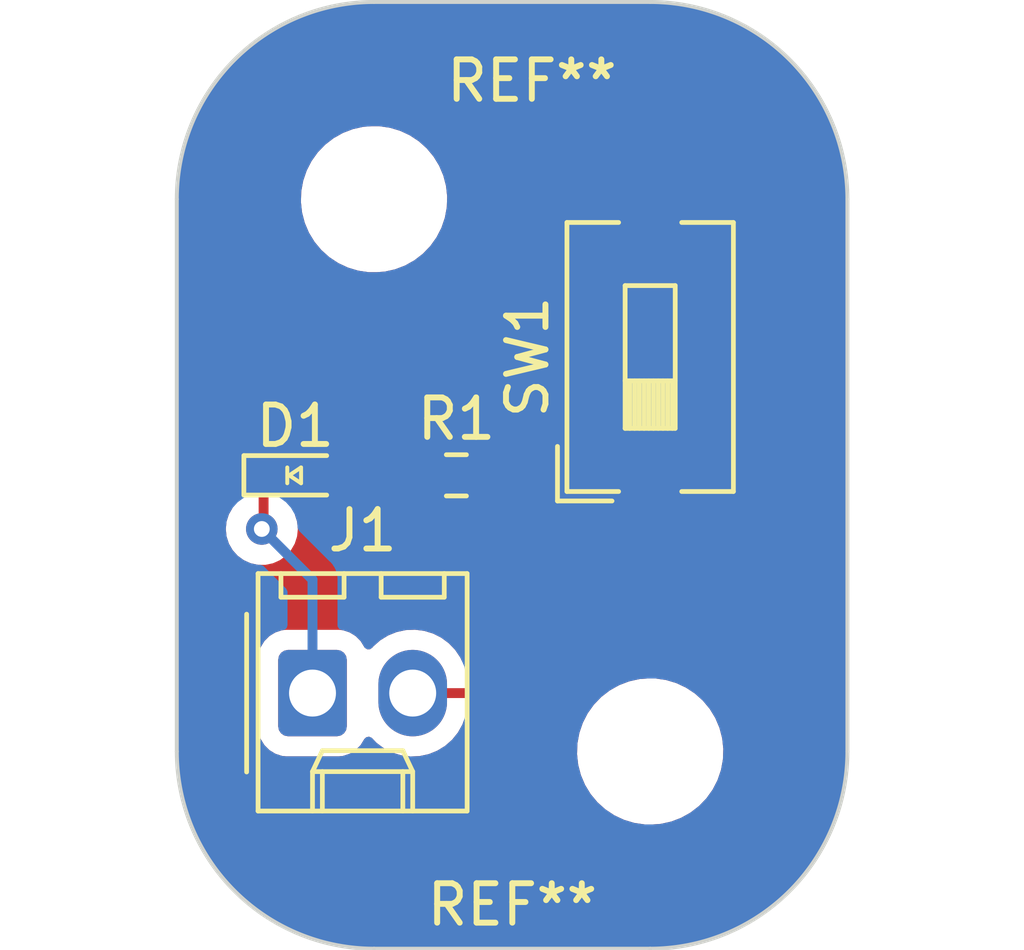
<source format=kicad_pcb>
(kicad_pcb (version 20221018) (generator pcbnew)
  (title_block (title "LED Circuit ") (date "2022-08-16") (rev "0.0") (company "Illini Solar Car") (comment 1 "Designed By: Michael Li "))
  (layers (0 "F.Cu" signal) (31 "B.Cu" signal) (34 "B.Paste" user) (35 "F.Paste" user) (36 "B.SilkS" user "B.Silkscreen") (37 "F.SilkS" user "F.Silkscreen") (38 "B.Mask" user) (39 "F.Mask" user) (44 "Edge.Cuts" user))
  (net 0 "")
  (net 1 "GND")
  (net 2 "Net-(D1-A)")
  (net 3 "+3V3")
  (net 4 "Net-(R1-Pad2)")
  (footprint "Resistor_SMD:R_0603_1608Metric_Pad0.98x0.95mm_HandSolder" (layer "F.Cu") (at 102.0875 85)
    (fp_text reference "R1" (at 0 -1.43) (layer "F.SilkS"))
    (fp_text value "105")
    (fp_line (start -0.254724 -0.5225) (end 0.254724 -0.5225) (stroke (width 0.12)) (layer "F.SilkS"))
    (fp_line (start -0.254724 0.5225) (end 0.254724 0.5225) (stroke (width 0.12)) (layer "F.SilkS"))
    (pad "1" smd roundrect (at -0.9125 0) (size 0.975 0.95) (layers "F.Cu" "F.Paste" "F.Mask") (net 2 "Net-(D1-A)"))
    (pad "2" smd roundrect (at 0.9125 0) (size 0.975 0.95) (layers "F.Cu" "F.Paste" "F.Mask") (net 4 "Net-(R1-Pad2)"))
  )
  (footprint "Connector_Molex:Molex_KK-254_AE-6410-02A_1x02_P2.54mm_Vertical" (layer "F.Cu") (at 98.44 90.52)
    (fp_text reference "J1" (at 1.27 -4.12) (layer "F.SilkS"))
    (fp_text value "Conn_01x02")
    (fp_line (start -1.67 -2) (end -1.67 2) (stroke (width 0.12)) (layer "F.SilkS"))
    (fp_line (start -1.38 -3.03) (end -1.38 2.99) (stroke (width 0.12)) (layer "F.SilkS"))
    (fp_line (start -1.38 2.99) (end 3.92 2.99) (stroke (width 0.12)) (layer "F.SilkS"))
    (fp_line (start -0.8 -3.03) (end -0.8 -2.43) (stroke (width 0.12)) (layer "F.SilkS"))
    (fp_line (start -0.8 -2.43) (end 0.8 -2.43) (stroke (width 0.12)) (layer "F.SilkS"))
    (fp_line (start 0 1.99) (end 0.25 1.46) (stroke (width 0.12)) (layer "F.SilkS"))
    (fp_line (start 0 1.99) (end 2.54 1.99) (stroke (width 0.12)) (layer "F.SilkS"))
    (fp_line (start 0 2.99) (end 0 1.99) (stroke (width 0.12)) (layer "F.SilkS"))
    (fp_line (start 0.25 1.46) (end 2.29 1.46) (stroke (width 0.12)) (layer "F.SilkS"))
    (fp_line (start 0.25 2.99) (end 0.25 1.99) (stroke (width 0.12)) (layer "F.SilkS"))
    (fp_line (start 0.8 -2.43) (end 0.8 -3.03) (stroke (width 0.12)) (layer "F.SilkS"))
    (fp_line (start 1.74 -3.03) (end 1.74 -2.43) (stroke (width 0.12)) (layer "F.SilkS"))
    (fp_line (start 1.74 -2.43) (end 3.34 -2.43) (stroke (width 0.12)) (layer "F.SilkS"))
    (fp_line (start 2.29 1.46) (end 2.54 1.99) (stroke (width 0.12)) (layer "F.SilkS"))
    (fp_line (start 2.29 2.99) (end 2.29 1.99) (stroke (width 0.12)) (layer "F.SilkS"))
    (fp_line (start 2.54 1.99) (end 2.54 2.99) (stroke (width 0.12)) (layer "F.SilkS"))
    (fp_line (start 3.34 -2.43) (end 3.34 -3.03) (stroke (width 0.12)) (layer "F.SilkS"))
    (fp_line (start 3.92 -3.03) (end -1.38 -3.03) (stroke (width 0.12)) (layer "F.SilkS"))
    (fp_line (start 3.92 2.99) (end 3.92 -3.03) (stroke (width 0.12)) (layer "F.SilkS"))
    (pad "1" thru_hole roundrect (at 0 0) (size 1.74 2.19) (drill 1.19) (layers "*.Cu" "*.Mask") (roundrect_rratio 0.143678) (net 1 "GND"))
    (pad "2" thru_hole oval (at 2.54 0) (size 1.74 2.19) (drill 1.19) (layers "*.Cu" "*.Mask") (net 3 "+3V3"))
  )
  (footprint "layout:LED_0603_Symbol_on_F.SilkS" (layer "F.Cu") (at 98 85)
    (fp_text reference "D1" (at 0 -1.25) (layer "F.SilkS"))
    (fp_text value "LED_RED")
    (fp_line (start -1.3 -0.5) (end -1.3 0.5) (stroke (width 0.12)) (layer "F.SilkS"))
    (fp_line (start -1.3 -0.5) (end 0.8 -0.5) (stroke (width 0.12)) (layer "F.SilkS"))
    (fp_line (start -1.3 0.5) (end 0.8 0.5) (stroke (width 0.12)) (layer "F.SilkS"))
    (fp_line (start -0.2 -0.2) (end -0.2 0.2) (stroke (width 0.1)) (layer "F.SilkS"))
    (fp_line (start -0.15 0) (end 0.15 -0.2) (stroke (width 0.1)) (layer "F.SilkS"))
    (fp_line (start 0.15 -0.2) (end 0.15 0.2) (stroke (width 0.1)) (layer "F.SilkS"))
    (fp_line (start 0.15 0.2) (end -0.15 0) (stroke (width 0.1)) (layer "F.SilkS"))
    (pad "1" smd rect (at -0.8 0 180) (size 0.8 0.8) (layers "F.Cu" "F.Paste" "F.Mask") (net 1 "GND"))
    (pad "2" smd rect (at 0.8 0 180) (size 0.8 0.8) (layers "F.Cu" "F.Paste" "F.Mask") (net 2 "Net-(D1-A)"))
  )
  (footprint "MountingHole:MountingHole_3.2mm_M3" (layer "F.Cu") (at 107 92)
    (fp_text reference "REF**" (at -3.495 3.885) (layer "F.SilkS"))
    (fp_text value "MountingHole_3.2mm_M3")
    (pad "" np_thru_hole circle (at 0 0) (size 3.2 3.2) (drill 3.2) (layers "F&B.Cu" "*.Mask"))
  )
  (footprint "MountingHole:MountingHole_3.2mm_M3" (layer "F.Cu") (at 100 78)
    (fp_text reference "REF**" (at 4 -3) (layer "F.SilkS"))
    (fp_text value "MountingHole_3.2mm_M3")
    (pad "" np_thru_hole circle (at 0 0) (size 3.2 3.2) (drill 3.2) (layers "*.Cu" "*.Mask"))
  )
  (footprint "Button_Switch_SMD:SW_DIP_SPSTx01_Slide_6.7x4.1mm_W8.61mm_P2.54mm_LowProfile" (layer "F.Cu") (at 107 82 90)
    (fp_text reference "SW1" (at 0 -3.11 90) (layer "F.SilkS"))
    (fp_text value "SW_Push")
    (fp_line (start -3.65 -2.35) (end -3.65 -0.967) (stroke (width 0.12)) (layer "F.SilkS"))
    (fp_line (start -3.65 -2.35) (end -2.267 -2.35) (stroke (width 0.12)) (layer "F.SilkS"))
    (fp_line (start -3.41 -2.11) (end -3.41 -0.8) (stroke (width 0.12)) (layer "F.SilkS"))
    (fp_line (start -3.41 -2.11) (end 3.41 -2.11) (stroke (width 0.12)) (layer "F.SilkS"))
    (fp_line (start -3.41 0.8) (end -3.41 2.11) (stroke (width 0.12)) (layer "F.SilkS"))
    (fp_line (start -3.41 2.11) (end 3.41 2.11) (stroke (width 0.12)) (layer "F.SilkS"))
    (fp_line (start -1.81 -0.635) (end -1.81 0.635) (stroke (width 0.12)) (layer "F.SilkS"))
    (fp_line (start -1.81 -0.515) (end -0.603333 -0.515) (stroke (width 0.12)) (layer "F.SilkS"))
    (fp_line (start -1.81 -0.395) (end -0.603333 -0.395) (stroke (width 0.12)) (layer "F.SilkS"))
    (fp_line (start -1.81 -0.275) (end -0.603333 -0.275) (stroke (width 0.12)) (layer "F.SilkS"))
    (fp_line (start -1.81 -0.155) (end -0.603333 -0.155) (stroke (width 0.12)) (layer "F.SilkS"))
    (fp_line (start -1.81 -0.035) (end -0.603333 -0.035) (stroke (width 0.12)) (layer "F.SilkS"))
    (fp_line (start -1.81 0.085) (end -0.603333 0.085) (stroke (width 0.12)) (layer "F.SilkS"))
    (fp_line (start -1.81 0.205) (end -0.603333 0.205) (stroke (width 0.12)) (layer "F.SilkS"))
    (fp_line (start -1.81 0.325) (end -0.603333 0.325) (stroke (width 0.12)) (layer "F.SilkS"))
    (fp_line (start -1.81 0.445) (end -0.603333 0.445) (stroke (width 0.12)) (layer "F.SilkS"))
    (fp_line (start -1.81 0.565) (end -0.603333 0.565) (stroke (width 0.12)) (layer "F.SilkS"))
    (fp_line (start -1.81 0.635) (end 1.81 0.635) (stroke (width 0.12)) (layer "F.SilkS"))
    (fp_line (start -0.603333 -0.635) (end -0.603333 0.635) (stroke (width 0.12)) (layer "F.SilkS"))
    (fp_line (start 1.81 -0.635) (end -1.81 -0.635) (stroke (width 0.12)) (layer "F.SilkS"))
    (fp_line (start 1.81 0.635) (end 1.81 -0.635) (stroke (width 0.12)) (layer "F.SilkS"))
    (fp_line (start 3.41 -2.11) (end 3.41 -0.8) (stroke (width 0.12)) (layer "F.SilkS"))
    (fp_line (start 3.41 0.8) (end 3.41 2.11) (stroke (width 0.12)) (layer "F.SilkS"))
    (pad "1" smd rect (at -4.305 0 90) (size 2.44 1.12) (layers "F.Cu" "F.Paste" "F.Mask") (net 3 "+3V3"))
    (pad "2" smd rect (at 4.305 0 90) (size 2.44 1.12) (layers "F.Cu" "F.Paste" "F.Mask") (net 4 "Net-(R1-Pad2)"))
  )
  (gr_arc (start 100 97) (mid 96.464466 95.535534) (end 95 92) (stroke (width 0.1)) (layer "Edge.Cuts"))
  (gr_line (start 100 73) (end 107 73) (stroke (width 0.1)) (layer "Edge.Cuts"))
  (gr_arc (start 112 92) (mid 110.535534 95.535534) (end 107 97) (stroke (width 0.1)) (layer "Edge.Cuts"))
  (gr_line (start 112 78) (end 112 92) (stroke (width 0.1)) (layer "Edge.Cuts"))
  (gr_arc (start 107 73) (mid 110.535534 74.464466) (end 112 78) (stroke (width 0.1)) (layer "Edge.Cuts"))
  (gr_line (start 95 92) (end 95 78) (stroke (width 0.1)) (layer "Edge.Cuts"))
  (gr_arc (start 95 78) (mid 96.464466 74.464466) (end 100 73) (stroke (width 0.1)) (layer "Edge.Cuts"))
  (gr_line (start 107 97) (end 100 97) (stroke (width 0.1)) (layer "Edge.Cuts"))
  (segment (start 97.2 85.045) (end 97.155 85.09) (width 0.25) (layer "F.Cu") (net 1))
  (segment (start 97.2 86.315) (end 97.155 86.36) (width 0.25) (layer "F.Cu") (net 1))
  (segment (start 97.2 85) (end 97.2 86.315) (width 0.25) (layer "F.Cu") (net 1))
  (via (at 97.155 86.36) (size 0.8) (drill 0.4) (layers "F.Cu" "B.Cu") (net 1))
  (segment (start 98.44 90.52) (end 98.44 87.645) (width 0.25) (layer "B.Cu") (net 1))
  (segment (start 98.44 87.645) (end 97.155 86.36) (width 0.25) (layer "B.Cu") (net 1))
  (segment (start 98.8 85) (end 101.175 85) (width 0.25) (layer "F.Cu") (net 2))
  (segment (start 103.505 89.535) (end 102.52 90.52) (width 0.25) (layer "F.Cu") (net 3))
  (segment (start 102.52 90.52) (end 100.98 90.52) (width 0.25) (layer "F.Cu") (net 3))
  (segment (start 104.195 86.305) (end 103.505 86.995) (width 0.25) (layer "F.Cu") (net 3))
  (segment (start 103.505 86.995) (end 103.505 89.535) (width 0.25) (layer "F.Cu") (net 3))
  (segment (start 107 86.305) (end 104.195 86.305) (width 0.25) (layer "F.Cu") (net 3))
  (segment (start 103.886 84.114) (end 103 85) (width 0.25) (layer "F.Cu") (net 4))
  (segment (start 107 77.695) (end 105.185 77.695) (width 0.25) (layer "F.Cu") (net 4))
  (segment (start 103.886 78.994) (end 103.886 84.114) (width 0.25) (layer "F.Cu") (net 4))
  (segment (start 105.185 77.695) (end 103.886 78.994) (width 0.25) (layer "F.Cu") (net 4))
  (zone (net 0) (net_name "") (layer "F.Cu") (connect_pads (clearance 0.508)) (min_thickness 0.25) (fill yes (thermal_gap 0.5) (thermal_bridge_width 0.5) (island_removal_mode 1) (island_area_min 10))
    (polygon (pts (xy 95 73) (xy 112 73) (xy 112 97) (xy 95 97)))
  )
  (zone (net 0) (net_name "") (layer "B.Cu") (priority 1) (connect_pads (clearance 0.508)) (min_thickness 0.25) (fill yes (thermal_gap 0.5) (thermal_bridge_width 0.5) (island_removal_mode 1) (island_area_min 10))
    (polygon (pts (xy 95 73) (xy 112 73) (xy 112 97) (xy 95 97)))
  )
)
</source>
